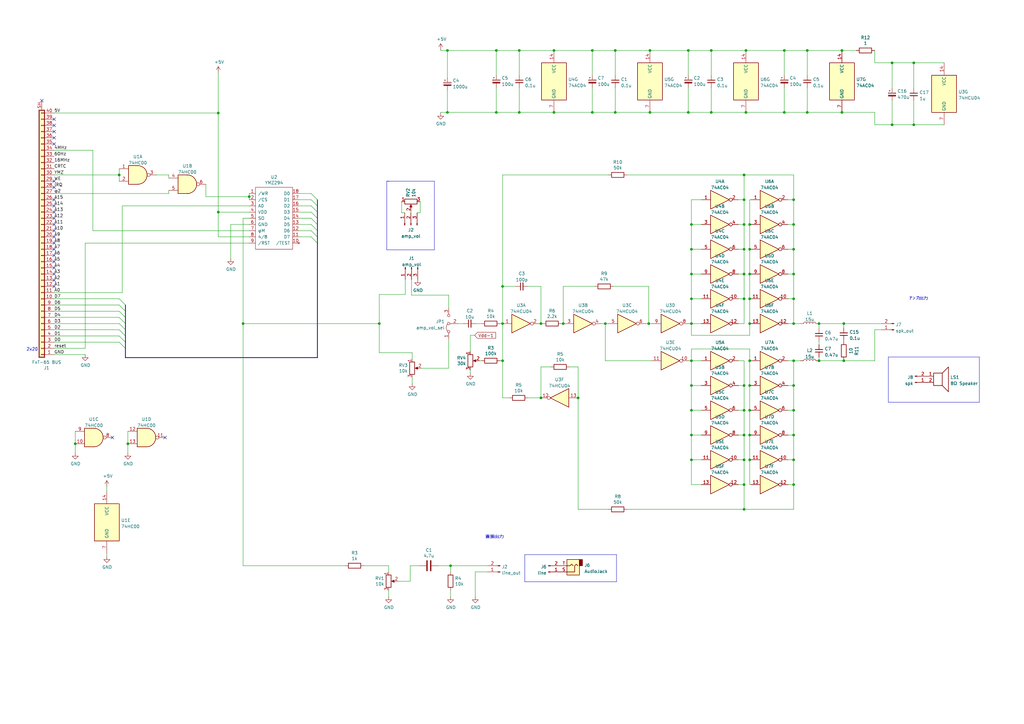
<source format=kicad_sch>
(kicad_sch (version 20250114) (generator "eeschema") (generator_version "9.0")
  (paper "A3")
  (lib_symbols
    (symbol "74xx:74HC00" (pin_names (offset 1.016))
      (property "Reference" "U" (at 0 1.27 0))
      (property "Value" "74HC00" (at 0 -1.27 0))
      (symbol "74HC00_1_1"
        (pin input line (at -7.62 2.54 0) (length 3.81) (name "~") (number "1"))
        (pin input line (at -7.62 -2.54 0) (length 3.81) (name "~") (number "2"))
        (pin output inverted (at 7.62 0 180) (length 3.81) (name "~") (number "3"))
      )
      (symbol "74HC00_1_2"
        (pin input inverted (at -7.62 2.54 0) (length 4.318) (name "~") (number "1"))
        (pin input inverted (at -7.62 -2.54 0) (length 4.318) (name "~") (number "2"))
        (pin output line (at 7.62 0 180) (length 3.81) (name "~") (number "3"))
      )
      (symbol "74HC00_2_1"
        (pin input line (at -7.62 2.54 0) (length 3.81) (name "~") (number "4"))
        (pin input line (at -7.62 -2.54 0) (length 3.81) (name "~") (number "5"))
        (pin output inverted (at 7.62 0 180) (length 3.81) (name "~") (number "6"))
      )
      (symbol "74HC00_2_2"
        (pin input inverted (at -7.62 2.54 0) (length 4.318) (name "~") (number "4"))
        (pin input inverted (at -7.62 -2.54 0) (length 4.318) (name "~") (number "5"))
        (pin output line (at 7.62 0 180) (length 3.81) (name "~") (number "6"))
      )
      (symbol "74HC00_3_1"
        (pin input line (at -7.62 2.54 0) (length 3.81) (name "~") (number "9"))
        (pin input line (at -7.62 -2.54 0) (length 3.81) (name "~") (number "10"))
        (pin output inverted (at 7.62 0 180) (length 3.81) (name "~") (number "8"))
      )
      (symbol "74HC00_3_2"
        (pin input inverted (at -7.62 2.54 0) (length 4.318) (name "~") (number "9"))
        (pin input inverted (at -7.62 -2.54 0) (length 4.318) (name "~") (number "10"))
        (pin output line (at 7.62 0 180) (length 3.81) (name "~") (number "8"))
      )
      (symbol "74HC00_4_1"
        (pin input line (at -7.62 2.54 0) (length 3.81) (name "~") (number "12"))
        (pin input line (at -7.62 -2.54 0) (length 3.81) (name "~") (number "13"))
        (pin output inverted (at 7.62 0 180) (length 3.81) (name "~") (number "11"))
      )
      (symbol "74HC00_4_2"
        (pin input inverted (at -7.62 2.54 0) (length 4.318) (name "~") (number "12"))
        (pin input inverted (at -7.62 -2.54 0) (length 4.318) (name "~") (number "13"))
        (pin output line (at 7.62 0 180) (length 3.81) (name "~") (number "11"))
      )
      (symbol "74HC00_5_0"
        (pin power_in line (at 0 12.7 270) (length 5.08) (name "VCC") (number "14"))
        (pin power_in line (at 0 -12.7 90) (length 5.08) (name "GND") (number "7"))
      )
    )
    (symbol "Connector:AudioJack2"
      (property "Reference" "J" (at 0 8.89 0))
      (property "Value" "AudioJack2" (at 0 6.35 0))
      (symbol "AudioJack2_1_1"
        (pin passive line (at 5.08 2.54 180) (length 2.54) (name "~") (number "S"))
        (pin passive line (at 5.08 0 180) (length 2.54) (name "~") (number "T"))
      )
    )
    (symbol "Connector:Conn_01x02_Male" (pin_names (offset 1.016) (hide yes))
      (property "Reference" "J" (at 0 2.54 0))
      (property "Value" "Conn_01x02_Male" (at 0 -5.08 0))
      (symbol "Conn_01x02_Male_1_1"
        (pin passive line (at 5.08 0 180) (length 3.81) (name "Pin_1") (number "1"))
        (pin passive line (at 5.08 -2.54 180) (length 3.81) (name "Pin_2") (number "2"))
      )
    )
    (symbol "Connector:Conn_01x03_Male" (pin_names (offset 1.016) (hide yes))
      (property "Reference" "J" (at 0 5.08 0))
      (property "Value" "Conn_01x03_Male" (at 0 -5.08 0))
      (symbol "Conn_01x03_Male_1_1"
        (pin passive line (at 5.08 2.54 180) (length 3.81) (name "Pin_1") (number "1"))
        (pin passive line (at 5.08 0 180) (length 3.81) (name "Pin_2") (number "2"))
        (pin passive line (at 5.08 -2.54 180) (length 3.81) (name "Pin_3") (number "3"))
      )
    )
    (symbol "Connector_Generic_Shielded:Conn_01x40_Shielded" (pin_names (offset 1.016) (hide yes))
      (property "Reference" "J" (at 0.254 50.546 0))
      (property "Value" "Conn_01x40_Shielded" (at 1.016 -53.086 0))
      (symbol "Conn_01x40_Shielded_1_1"
        (pin passive line (at -5.08 48.26 0) (length 4.064) (name "Pin_1") (number "1"))
        (pin passive line (at -5.08 45.72 0) (length 4.064) (name "Pin_2") (number "2"))
        (pin passive line (at -5.08 43.18 0) (length 4.064) (name "Pin_3") (number "3"))
        (pin passive line (at -5.08 40.64 0) (length 4.064) (name "Pin_4") (number "4"))
        (pin passive line (at -5.08 38.1 0) (length 4.064) (name "Pin_5") (number "5"))
        (pin passive line (at -5.08 35.56 0) (length 4.064) (name "Pin_6") (number "6"))
        (pin passive line (at -5.08 33.02 0) (length 4.064) (name "Pin_7") (number "7"))
        (pin passive line (at -5.08 30.48 0) (length 4.064) (name "Pin_8") (number "8"))
        (pin passive line (at -5.08 27.94 0) (length 4.064) (name "Pin_9") (number "9"))
        (pin passive line (at -5.08 25.4 0) (length 4.064) (name "Pin_10") (number "10"))
        (pin passive line (at -5.08 22.86 0) (length 4.064) (name "Pin_11") (number "11"))
        (pin passive line (at -5.08 20.32 0) (length 4.064) (name "Pin_12") (number "12"))
        (pin passive line (at -5.08 17.78 0) (length 4.064) (name "Pin_13") (number "13"))
        (pin passive line (at -5.08 15.24 0) (length 4.064) (name "Pin_14") (number "14"))
        (pin passive line (at -5.08 12.7 0) (length 4.064) (name "Pin_15") (number "15"))
        (pin passive line (at -5.08 10.16 0) (length 4.064) (name "Pin_16") (number "16"))
        (pin passive line (at -5.08 7.62 0) (length 4.064) (name "Pin_17") (number "17"))
        (pin passive line (at -5.08 5.08 0) (length 4.064) (name "Pin_18") (number "18"))
        (pin passive line (at -5.08 2.54 0) (length 4.064) (name "Pin_19") (number "19"))
        (pin passive line (at -5.08 0 0) (length 4.064) (name "Pin_20") (number "20"))
        (pin passive line (at -5.08 -2.54 0) (length 4.064) (name "Pin_21") (number "21"))
        (pin passive line (at -5.08 -5.08 0) (length 4.064) (name "Pin_22") (number "22"))
        (pin passive line (at -5.08 -7.62 0) (length 4.064) (name "Pin_23") (number "23"))
        (pin passive line (at -5.08 -10.16 0) (length 4.064) (name "Pin_24") (number "24"))
        (pin passive line (at -5.08 -12.7 0) (length 4.064) (name "Pin_25") (number "25"))
        (pin passive line (at -5.08 -15.24 0) (length 4.064) (name "Pin_26") (number "26"))
        (pin passive line (at -5.08 -17.78 0) (length 4.064) (name "Pin_27") (number "27"))
        (pin passive line (at -5.08 -20.32 0) (length 4.064) (name "Pin_28") (number "28"))
        (pin passive line (at -5.08 -22.86 0) (length 4.064) (name "Pin_29") (number "29"))
        (pin passive line (at -5.08 -25.4 0) (length 4.064) (name "Pin_30") (number "30"))
        (pin passive line (at -5.08 -27.94 0) (length 4.064) (name "Pin_31") (number "31"))
        (pin passive line (at -5.08 -30.48 0) (length 4.064) (name "Pin_32") (number "32"))
        (pin passive line (at -5.08 -33.02 0) (length 4.064) (name "Pin_33") (number "33"))
        (pin passive line (at -5.08 -35.56 0) (length 4.064) (name "Pin_34") (number "34"))
        (pin passive line (at -5.08 -38.1 0) (length 4.064) (name "Pin_35") (number "35"))
        (pin passive line (at -5.08 -40.64 0) (length 4.064) (name "Pin_36") (number "36"))
        (pin passive line (at -5.08 -43.18 0) (length 4.064) (name "Pin_37") (number "37"))
        (pin passive line (at -5.08 -45.72 0) (length 4.064) (name "Pin_38") (number "38"))
        (pin passive line (at -5.08 -48.26 0) (length 4.064) (name "Pin_39") (number "39"))
        (pin passive line (at -5.08 -50.8 0) (length 4.064) (name "Pin_40") (number "40"))
        (pin passive line (at 0 -55.88 90) (length 3.81) (name "Shield") (number "SH"))
      )
    )
    (symbol "Device:C" (pin_numbers (hide yes)) (pin_names (offset 0.254))
      (property "Reference" "C" (at 0.635 2.54 0))
      (property "Value" "C" (at 0.635 -2.54 0))
      (symbol "C_1_1"
        (pin passive line (at 0 3.81 270) (length 2.794) (name "~") (number "1"))
        (pin passive line (at 0 -3.81 90) (length 2.794) (name "~") (number "2"))
      )
    )
    (symbol "Device:C_Polarized_Small" (pin_numbers (hide yes)) (pin_names (offset 0.254) (hide yes))
      (property "Reference" "C" (at 0.254 1.778 0))
      (property "Value" "C_Polarized_Small" (at 0.254 -2.032 0))
      (symbol "C_Polarized_Small_1_1"
        (pin passive line (at 0 2.54 270) (length 1.8542) (name "~") (number "1"))
        (pin passive line (at 0 -2.54 90) (length 1.8542) (name "~") (number "2"))
      )
    )
    (symbol "Device:C_Small" (pin_numbers (hide yes)) (pin_names (offset 0.254) (hide yes))
      (property "Reference" "C" (at 0.254 1.778 0))
      (property "Value" "C_Small" (at 0.254 -2.032 0))
      (symbol "C_Small_1_1"
        (pin passive line (at 0 2.54 270) (length 2.032) (name "~") (number "1"))
        (pin passive line (at 0 -2.54 90) (length 2.032) (name "~") (number "2"))
      )
    )
    (symbol "Device:L" (pin_numbers (hide yes)) (pin_names (offset 1.016) (hide yes))
      (property "Reference" "L" (at -1.27 0 90))
      (property "Value" "L" (at 1.905 0 90))
      (symbol "L_1_1"
        (pin passive line (at 0 3.81 270) (length 1.27) (name "1") (number "1"))
        (pin passive line (at 0 -3.81 90) (length 1.27) (name "2") (number "2"))
      )
    )
    (symbol "Device:R" (pin_numbers (hide yes)) (pin_names (offset 0))
      (property "Reference" "R" (at 2.032 0 90))
      (property "Value" "R" (at 0 0 90))
      (symbol "R_1_1"
        (pin passive line (at 0 3.81 270) (length 1.27) (name "~") (number "1"))
        (pin passive line (at 0 -3.81 90) (length 1.27) (name "~") (number "2"))
      )
    )
    (symbol "Device:Speaker" (pin_names (offset 0) (hide yes))
      (property "Reference" "LS" (at 1.27 5.715 0))
      (property "Value" "Speaker" (at 1.27 3.81 0))
      (symbol "Speaker_1_1"
        (pin input line (at -5.08 0 0) (length 2.54) (name "1") (number "1"))
        (pin input line (at -5.08 -2.54 0) (length 2.54) (name "2") (number "2"))
      )
    )
    (symbol "FxT-65-Sound-rescue:R_POT-Device" (pin_names (offset 1.016) (hide yes))
      (property "Reference" "RV" (at -4.445 0 90))
      (property "Value" "R_POT-Device" (at -2.54 0 90))
      (symbol "R_POT-Device_1_1"
        (pin passive line (at 0 3.81 270) (length 1.27) (name "1") (number "1"))
        (pin passive line (at 0 -3.81 90) (length 1.27) (name "3") (number "3"))
        (pin passive line (at 3.81 0 180) (length 1.27) (name "2") (number "2"))
      )
    )
    (symbol "FxT-65-Sound-rescue:YMZ294-ponzu840w" (pin_names (offset 1.016))
      (property "Reference" "U" (at 0 2.54 0))
      (property "Value" "YMZ294-ponzu840w" (at 0 0.762 0))
      (symbol "YMZ294-ponzu840w_1_1"
        (pin input line (at -10.16 -2.54 0) (length 2.54) (name "/WR") (number "1"))
        (pin input line (at -10.16 -5.08 0) (length 2.54) (name "/CS") (number "2"))
        (pin input line (at -10.16 -7.62 0) (length 2.54) (name "A0") (number "3"))
        (pin input line (at -10.16 -10.16 0) (length 2.54) (name "VDD") (number "4"))
        (pin input line (at -10.16 -12.7 0) (length 2.54) (name "SO") (number "5"))
        (pin input line (at -10.16 -15.24 0) (length 2.54) (name "GND") (number "6"))
        (pin input line (at -10.16 -17.78 0) (length 2.54) (name "φM") (number "7"))
        (pin input line (at -10.16 -20.32 0) (length 2.54) (name "4/8") (number "8"))
        (pin input line (at -10.16 -22.86 0) (length 2.54) (name "/RST") (number "9"))
        (pin input line (at 10.16 -2.54 180) (length 2.54) (name "D0") (number "18"))
        (pin input line (at 10.16 -5.08 180) (length 2.54) (name "D1") (number "17"))
        (pin input line (at 10.16 -7.62 180) (length 2.54) (name "D2") (number "16"))
        (pin input line (at 10.16 -10.16 180) (length 2.54) (name "D3") (number "15"))
        (pin input line (at 10.16 -12.7 180) (length 2.54) (name "D4") (number "14"))
        (pin input line (at 10.16 -15.24 180) (length 2.54) (name "D5") (number "13"))
        (pin input line (at 10.16 -17.78 180) (length 2.54) (name "D6") (number "12"))
        (pin input line (at 10.16 -20.32 180) (length 2.54) (name "D7") (number "11"))
        (pin no_connect line (at 10.16 -22.86 180) (length 2.54) (name "/TEST") (number "10"))
      )
    )
    (symbol "Jumper:Jumper_3_Bridged12" (pin_names (offset 0) (hide yes))
      (property "Reference" "JP" (at -2.54 -2.54 0))
      (property "Value" "Jumper_3_Bridged12" (at 0 2.794 0))
      (symbol "Jumper_3_Bridged12_1_1"
        (pin passive line (at -6.35 0 0) (length 2.54) (name "A") (number "1"))
        (pin passive line (at 0 -3.81 90) (length 2.54) (name "C") (number "2"))
        (pin passive line (at 6.35 0 180) (length 2.54) (name "B") (number "3"))
      )
    )
    (symbol "ponzu840w2:74AC04"
      (property "Reference" "U" (at 0 1.27 0))
      (property "Value" "74AC04" (at 0 -1.27 0))
      (symbol "74AC04_1_0"
        (pin input line (at -7.62 0 0) (length 3.81) (name "~") (number "1"))
        (pin output inverted (at 7.62 0 180) (length 3.81) (name "~") (number "2"))
      )
      (symbol "74AC04_2_0"
        (pin input line (at -7.62 0 0) (length 3.81) (name "~") (number "3"))
        (pin output inverted (at 7.62 0 180) (length 3.81) (name "~") (number "4"))
      )
      (symbol "74AC04_3_0"
        (pin input line (at -7.62 0 0) (length 3.81) (name "~") (number "5"))
        (pin output inverted (at 7.62 0 180) (length 3.81) (name "~") (number "6"))
      )
      (symbol "74AC04_4_0"
        (pin input line (at -7.62 0 0) (length 3.81) (name "~") (number "9"))
        (pin output inverted (at 7.62 0 180) (length 3.81) (name "~") (number "8"))
      )
      (symbol "74AC04_5_0"
        (pin input line (at -7.62 0 0) (length 3.81) (name "~") (number "11"))
        (pin output inverted (at 7.62 0 180) (length 3.81) (name "~") (number "10"))
      )
      (symbol "74AC04_6_0"
        (pin input line (at -7.62 0 0) (length 3.81) (name "~") (number "13"))
        (pin output inverted (at 7.62 0 180) (length 3.81) (name "~") (number "12"))
      )
      (symbol "74AC04_7_0"
        (pin power_in line (at 0 12.7 270) (length 5.08) (name "VCC") (number "14"))
        (pin power_in line (at 0 -12.7 90) (length 5.08) (name "GND") (number "7"))
      )
    )
    (symbol "ponzu840w2:74HCU04"
      (property "Reference" "U" (at 0 1.27 0))
      (property "Value" "74HCU04" (at 0 -1.27 0))
      (symbol "74HCU04_1_0"
        (pin input line (at -7.62 0 0) (length 3.81) (name "~") (number "1"))
        (pin output inverted (at 7.62 0 180) (length 3.81) (name "~") (number "2"))
      )
      (symbol "74HCU04_2_0"
        (pin input line (at -7.62 0 0) (length 3.81) (name "~") (number "3"))
        (pin output inverted (at 7.62 0 180) (length 3.81) (name "~") (number "4"))
      )
      (symbol "74HCU04_3_0"
        (pin input line (at -7.62 0 0) (length 3.81) (name "~") (number "5"))
        (pin output inverted (at 7.62 0 180) (length 3.81) (name "~") (number "6"))
      )
      (symbol "74HCU04_4_0"
        (pin input line (at -7.62 0 0) (length 3.81) (name "~") (number "9"))
        (pin output inverted (at 7.62 0 180) (length 3.81) (name "~") (number "8"))
      )
      (symbol "74HCU04_5_0"
        (pin input line (at -7.62 0 0) (length 3.81) (name "~") (number "11"))
        (pin output inverted (at 7.62 0 180) (length 3.81) (name "~") (number "10"))
      )
      (symbol "74HCU04_6_0"
        (pin input line (at -7.62 0 0) (length 3.81) (name "~") (number "13"))
        (pin output inverted (at 7.62 0 180) (length 3.81) (name "~") (number "12"))
      )
      (symbol "74HCU04_7_0"
        (pin power_in line (at 0 12.7 270) (length 5.08) (name "VCC") (number "14"))
        (pin power_in line (at 0 -12.7 90) (length 5.08) (name "GND") (number "7"))
      )
    )
    (symbol "power:+5V" (power) (pin_names (offset 0))
      (property "Value" "+5V" (at 0 3.556 0))
      (symbol "+5V_1_1"
        (pin power_in line (at 0 0 90) (length 0) (hide yes) (name "+5V") (number "1"))
      )
    )
    (symbol "power:GND" (power) (pin_names (offset 0))
      (property "Value" "GND" (at 0 -3.81 0))
      (symbol "GND_1_1"
        (pin power_in line (at 0 0 270) (length 0) (hide yes) (name "GND") (number "1"))
      )
    )
  )
  (text "2x20" (at 10.795 144.145 0) (effects (font (size 1.27 1.27)) (justify left bottom)))
  (text "アンプ出力" (at 372.745 123.317 0) (effects (font (size 1.27 1.27)) (justify left bottom)))
  (text "直接出力" (at 199.009 221.107 0) (effects (font (size 1.27 1.27)) (justify left bottom)))
  (junction (at 305.181 112.395))
  (junction (at 325.501 147.955))
  (junction (at 231.013 132.715))
  (junction (at 307.467 168.275))
  (junction (at 305.181 158.115))
  (junction (at 305.943 46.101))
  (junction (at 283.591 147.955))
  (junction (at 305.181 92.075))
  (junction (at 221.869 163.195))
  (junction (at 89.535 86.995))
  (junction (at 266.065 132.715))
  (junction (at 307.467 188.595))
  (junction (at 307.467 178.435))
  (junction (at 307.467 112.395))
  (junction (at 325.501 92.075))
  (junction (at 206.121 147.955))
  (junction (at 374.777 25.781))
  (junction (at 227.203 46.101))
  (junction (at 283.591 102.235))
  (junction (at 305.181 71.755))
  (junction (at 321.691 46.101))
  (junction (at 365.887 25.781))
  (junction (at 282.321 46.101))
  (junction (at 325.501 188.595))
  (junction (at 221.869 132.715))
  (junction (at 206.121 117.475))
  (junction (at 374.777 51.181))
  (junction (at 184.785 232.029))
  (junction (at 307.467 147.955))
  (junction (at 325.501 102.235))
  (junction (at 48.895 71.755))
  (junction (at 325.501 132.715))
  (junction (at 331.089 46.101))
  (junction (at 242.951 46.101))
  (junction (at 203.581 46.101))
  (junction (at 305.943 20.701))
  (junction (at 305.181 178.435))
  (junction (at 183.515 46.101))
  (junction (at 345.313 20.701))
  (junction (at 237.109 163.195))
  (junction (at 325.501 168.275))
  (junction (at 321.691 20.701))
  (junction (at 52.451 181.991))
  (junction (at 325.501 198.755))
  (junction (at 335.915 147.955))
  (junction (at 345.313 46.101))
  (junction (at 305.181 81.915))
  (junction (at 325.501 158.115))
  (junction (at 291.719 20.701))
  (junction (at 305.181 102.235))
  (junction (at 283.591 122.555))
  (junction (at 307.467 102.235))
  (junction (at 203.581 20.701))
  (junction (at 305.181 188.595))
  (junction (at 99.695 132.715))
  (junction (at 89.535 46.355))
  (junction (at 305.181 122.555))
  (junction (at 346.075 132.715))
  (junction (at 252.349 46.101))
  (junction (at 248.285 132.715))
  (junction (at 325.501 112.395))
  (junction (at 206.121 132.715))
  (junction (at 283.591 188.595))
  (junction (at 283.591 92.075))
  (junction (at 102.235 80.645))
  (junction (at 325.501 122.555))
  (junction (at 291.719 46.101))
  (junction (at 282.321 20.701))
  (junction (at 305.181 208.915))
  (junction (at 266.573 46.101))
  (junction (at 227.203 20.701))
  (junction (at 307.467 158.115))
  (junction (at 283.591 112.395))
  (junction (at 307.467 92.075))
  (junction (at 331.089 20.701))
  (junction (at 307.467 122.555))
  (junction (at 212.979 20.701))
  (junction (at 183.515 20.701))
  (junction (at 305.181 168.275))
  (junction (at 252.349 20.701))
  (junction (at 283.591 168.275))
  (junction (at 155.575 132.715))
  (junction (at 335.915 132.715))
  (junction (at 365.887 51.181))
  (junction (at 307.467 132.715))
  (junction (at 325.501 178.435))
  (junction (at 305.181 198.755))
  (junction (at 346.075 147.955))
  (junction (at 242.951 20.701))
  (junction (at 283.591 178.435))
  (junction (at 30.861 181.991))
  (junction (at 283.591 132.715))
  (junction (at 325.501 81.915))
  (junction (at 266.573 20.701))
  (junction (at 283.591 158.115))
  (junction (at 212.979 46.101))
  (no_connect (at 22.225 99.695))
  (no_connect (at 22.225 92.075))
  (no_connect (at 22.225 102.235))
  (no_connect (at 22.225 48.895))
  (no_connect (at 22.225 104.775))
  (no_connect (at 17.145 41.275))
  (no_connect (at 22.225 86.995))
  (no_connect (at 22.225 109.855))
  (no_connect (at 22.225 117.475))
  (no_connect (at 22.225 53.975))
  (no_connect (at 22.225 51.435))
  (no_connect (at 46.101 179.451))
  (no_connect (at 22.225 97.155))
  (no_connect (at 22.225 84.455))
  (no_connect (at 22.225 76.835))
  (no_connect (at 22.225 59.055))
  (no_connect (at 67.691 179.451))
  (no_connect (at 22.225 114.935))
  (no_connect (at 22.225 81.915))
  (no_connect (at 22.225 56.515))
  (no_connect (at 22.225 112.395))
  (no_connect (at 22.225 74.295))
  (no_connect (at 22.225 107.315))
  (no_connect (at 22.225 89.535))
  (no_connect (at 22.225 94.615))
  (bus_entry (at 48.895 140.335) (size 2.54 2.54))
  (bus_entry (at 127.635 86.995) (size 2.54 2.54))
  (bus_entry (at 48.895 130.175) (size 2.54 2.54))
  (bus_entry (at 127.635 92.075) (size 2.54 2.54))
  (bus_entry (at 127.635 94.615) (size 2.54 2.54))
  (bus_entry (at 48.895 135.255) (size 2.54 2.54))
  (bus_entry (at 48.895 137.795) (size 2.54 2.54))
  (bus_entry (at 127.635 84.455) (size 2.54 2.54))
  (bus_entry (at 127.635 97.155) (size 2.54 2.54))
  (bus_entry (at 48.895 125.095) (size 2.54 2.54))
  (bus_entry (at 127.635 81.915) (size 2.54 2.54))
  (bus_entry (at 48.895 127.635) (size 2.54 2.54))
  (bus_entry (at 127.635 79.375) (size 2.54 2.54))
  (bus_entry (at 48.895 132.715) (size 2.54 2.54))
  (bus_entry (at 48.895 122.555) (size 2.54 2.54))
  (bus_entry (at 127.635 89.535) (size 2.54 2.54))
  (wire (pts (xy 211.455 117.475) (xy 206.121 117.475)))
  (wire (pts (xy 266.573 20.701) (xy 282.321 20.701)))
  (wire (pts (xy 206.121 132.715) (xy 206.121 147.955)))
  (wire (pts (xy 225.933 150.495) (xy 221.869 150.495)))
  (wire (pts (xy 325.501 178.435) (xy 325.501 168.275)))
  (wire (pts (xy 216.535 163.195) (xy 221.869 163.195)))
  (bus (pts (xy 51.435 137.795) (xy 51.435 140.335)))
  (wire (pts (xy 251.587 117.475) (xy 266.065 117.475)))
  (wire (pts (xy 159.385 244.729) (xy 159.385 242.189)))
  (wire (pts (xy 249.555 71.755) (xy 206.121 71.755)))
  (wire (pts (xy 305.181 178.435) (xy 302.895 178.435)))
  (wire (pts (xy 346.075 147.955) (xy 346.075 147.701)))
  (wire (pts (xy 102.235 79.375) (xy 102.235 80.645)))
  (wire (pts (xy 321.691 30.861) (xy 321.691 20.701)))
  (wire (pts (xy 335.915 132.715) (xy 335.915 134.747)))
  (wire (pts (xy 22.225 127.635) (xy 48.895 127.635)))
  (wire (pts (xy 89.535 46.355) (xy 89.535 86.995)))
  (wire (pts (xy 221.869 150.495) (xy 221.869 163.195)))
  (wire (pts (xy 325.501 102.235) (xy 325.501 112.395)))
  (wire (pts (xy 282.321 35.941) (xy 282.321 46.101)))
  (wire (pts (xy 246.761 132.715) (xy 248.285 132.715)))
  (polyline (pts (xy 215.265 227.457) (xy 215.265 238.633)))
  (wire (pts (xy 323.215 147.955) (xy 325.501 147.955)))
  (wire (pts (xy 346.075 132.715) (xy 346.075 134.493)))
  (bus (pts (xy 130.175 94.615) (xy 130.175 97.155)))
  (wire (pts (xy 323.215 132.715) (xy 325.501 132.715)))
  (wire (pts (xy 257.175 208.915) (xy 305.181 208.915)))
  (wire (pts (xy 305.181 71.755) (xy 257.175 71.755)))
  (wire (pts (xy 291.719 30.861) (xy 291.719 20.701)))
  (wire (pts (xy 321.691 46.101) (xy 331.089 46.101)))
  (wire (pts (xy 43.815 199.644) (xy 43.815 201.549)))
  (wire (pts (xy 99.695 132.715) (xy 155.575 132.715)))
  (wire (pts (xy 231.013 132.715) (xy 231.521 132.715)))
  (wire (pts (xy 242.951 30.861) (xy 242.951 20.701)))
  (wire (pts (xy 195.199 132.715) (xy 197.485 132.715)))
  (wire (pts (xy 307.467 178.435) (xy 307.467 188.595)))
  (wire (pts (xy 221.869 117.475) (xy 221.869 132.715)))
  (wire (pts (xy 335.915 147.955) (xy 346.075 147.955)))
  (wire (pts (xy 266.573 46.101) (xy 282.321 46.101)))
  (wire (pts (xy 183.515 46.101) (xy 203.581 46.101)))
  (wire (pts (xy 325.501 188.595) (xy 325.501 198.755)))
  (wire (pts (xy 365.887 51.181) (xy 374.777 51.181)))
  (wire (pts (xy 307.467 102.235) (xy 307.467 92.075)))
  (wire (pts (xy 166.243 120.777) (xy 166.243 114.681)))
  (wire (pts (xy 266.065 132.715) (xy 267.335 132.715)))
  (wire (pts (xy 345.313 20.701) (xy 351.155 20.701)))
  (wire (pts (xy 227.203 20.701) (xy 242.951 20.701)))
  (wire (pts (xy 307.467 112.395) (xy 307.467 102.235)))
  (wire (pts (xy 194.945 244.729) (xy 194.945 234.569)))
  (wire (pts (xy 171.069 87.249) (xy 172.339 87.249)))
  (wire (pts (xy 346.075 132.715) (xy 361.569 132.715)))
  (wire (pts (xy 305.181 188.595) (xy 305.181 198.755)))
  (wire (pts (xy 34.925 142.875) (xy 34.925 99.695)))
  (bus (pts (xy 130.175 97.155) (xy 130.175 99.695)))
  (wire (pts (xy 307.467 168.275) (xy 307.975 168.275)))
  (wire (pts (xy 307.467 147.955) (xy 307.467 158.115)))
  (bus (pts (xy 130.175 99.695) (xy 130.175 146.685)))
  (wire (pts (xy 168.529 86.487) (xy 168.529 87.249)))
  (wire (pts (xy 305.181 81.915) (xy 302.895 81.915)))
  (wire (pts (xy 227.203 46.101) (xy 242.951 46.101)))
  (wire (pts (xy 64.135 71.755) (xy 69.215 71.755)))
  (wire (pts (xy 305.181 178.435) (xy 305.181 188.595)))
  (wire (pts (xy 307.975 132.715) (xy 307.467 132.715)))
  (wire (pts (xy 365.887 41.275) (xy 365.887 51.181)))
  (wire (pts (xy 180.721 20.701) (xy 183.515 20.701)))
  (wire (pts (xy 331.089 35.941) (xy 331.089 46.101)))
  (wire (pts (xy 52.451 176.911) (xy 52.451 181.991)))
  (wire (pts (xy 346.075 139.573) (xy 346.075 140.081)))
  (wire (pts (xy 305.181 71.755) (xy 325.501 71.755)))
  (wire (pts (xy 365.887 36.195) (xy 365.887 25.781)))
  (polyline (pts (xy 178.181 74.295) (xy 178.181 102.489)))
  (wire (pts (xy 38.1 61.595) (xy 38.1 94.615)))
  (wire (pts (xy 252.349 46.101) (xy 266.573 46.101)))
  (wire (pts (xy 283.591 81.915) (xy 287.655 81.915)))
  (bus (pts (xy 51.435 135.255) (xy 51.435 137.795)))
  (wire (pts (xy 203.581 35.941) (xy 203.581 46.101)))
  (wire (pts (xy 248.285 147.955) (xy 267.335 147.955)))
  (wire (pts (xy 237.109 150.495) (xy 237.109 163.195)))
  (wire (pts (xy 374.777 51.181) (xy 387.223 51.181)))
  (bus (pts (xy 130.175 89.535) (xy 130.175 92.075)))
  (wire (pts (xy 84.455 75.565) (xy 84.455 80.645)))
  (wire (pts (xy 325.501 102.235) (xy 325.501 92.075)))
  (wire (pts (xy 242.951 46.101) (xy 252.349 46.101)))
  (wire (pts (xy 22.225 46.355) (xy 89.535 46.355)))
  (wire (pts (xy 122.555 97.155) (xy 127.635 97.155)))
  (wire (pts (xy 323.215 102.235) (xy 325.501 102.235)))
  (wire (pts (xy 325.501 122.555) (xy 325.501 112.395)))
  (wire (pts (xy 283.591 178.435) (xy 283.591 168.275)))
  (wire (pts (xy 242.951 35.941) (xy 242.951 46.101)))
  (wire (pts (xy 266.065 132.715) (xy 264.795 132.715)))
  (wire (pts (xy 307.467 122.555) (xy 307.467 112.395)))
  (wire (pts (xy 374.777 25.781) (xy 387.223 25.781)))
  (bus (pts (xy 51.435 140.335) (xy 51.435 142.875)))
  (wire (pts (xy 307.467 178.435) (xy 307.975 178.435)))
  (wire (pts (xy 221.361 132.715) (xy 221.869 132.715)))
  (wire (pts (xy 282.321 46.101) (xy 291.719 46.101)))
  (wire (pts (xy 321.691 35.941) (xy 321.691 46.101)))
  (wire (pts (xy 183.515 20.701) (xy 203.581 20.701)))
  (wire (pts (xy 346.075 147.955) (xy 358.775 147.955)))
  (wire (pts (xy 206.121 147.955) (xy 206.121 163.195)))
  (bus (pts (xy 51.435 132.715) (xy 51.435 135.255)))
  (wire (pts (xy 22.225 137.795) (xy 48.895 137.795)))
  (wire (pts (xy 307.467 102.235) (xy 307.975 102.235)))
  (wire (pts (xy 325.501 188.595) (xy 323.215 188.595)))
  (wire (pts (xy 196.723 147.955) (xy 197.485 147.955)))
  (wire (pts (xy 335.915 146.431) (xy 335.915 147.955)))
  (wire (pts (xy 282.575 132.715) (xy 283.591 132.715)))
  (wire (pts (xy 283.591 132.715) (xy 287.655 132.715)))
  (wire (pts (xy 374.777 41.275) (xy 374.777 51.181)))
  (bus (pts (xy 51.435 125.095) (xy 51.435 127.635)))
  (wire (pts (xy 168.783 114.681) (xy 168.783 121.031)))
  (wire (pts (xy 89.535 29.845) (xy 89.535 46.355)))
  (wire (pts (xy 183.515 36.957) (xy 183.515 46.101)))
  (wire (pts (xy 164.719 87.249) (xy 165.989 87.249)))
  (polyline (pts (xy 401.701 164.973) (xy 364.363 164.973)))
  (wire (pts (xy 184.023 151.003) (xy 184.023 139.065)))
  (wire (pts (xy 283.591 122.555) (xy 283.591 132.715)))
  (wire (pts (xy 305.943 20.701) (xy 321.691 20.701)))
  (wire (pts (xy 180.721 46.355) (xy 180.721 46.101)))
  (wire (pts (xy 184.785 232.029) (xy 200.025 232.029)))
  (wire (pts (xy 203.581 30.861) (xy 203.581 20.701)))
  (wire (pts (xy 307.467 122.555) (xy 307.975 122.555)))
  (wire (pts (xy 305.181 208.915) (xy 325.501 208.915)))
  (wire (pts (xy 205.105 132.715) (xy 206.121 132.715)))
  (wire (pts (xy 358.775 46.101) (xy 358.775 51.181)))
  (wire (pts (xy 252.349 35.941) (xy 252.349 46.101)))
  (polyline (pts (xy 178.181 102.489) (xy 158.623 102.489)))
  (wire (pts (xy 331.089 20.701) (xy 345.313 20.701)))
  (wire (pts (xy 335.915 139.827) (xy 335.915 141.351)))
  (wire (pts (xy 305.181 122.555) (xy 305.181 112.395)))
  (wire (pts (xy 283.591 158.115) (xy 287.655 158.115)))
  (wire (pts (xy 331.089 30.861) (xy 331.089 20.701)))
  (wire (pts (xy 325.501 122.555) (xy 323.215 122.555)))
  (wire (pts (xy 283.591 147.955) (xy 283.591 143.129)))
  (wire (pts (xy 203.581 20.701) (xy 212.979 20.701)))
  (wire (pts (xy 252.349 20.701) (xy 266.573 20.701)))
  (wire (pts (xy 192.913 137.541) (xy 192.913 144.145)))
  (wire (pts (xy 212.979 20.701) (xy 227.203 20.701)))
  (wire (pts (xy 325.501 92.075) (xy 323.215 92.075)))
  (polyline (pts (xy 364.363 164.973) (xy 364.363 146.431)))
  (wire (pts (xy 94.615 92.075) (xy 102.235 92.075)))
  (wire (pts (xy 205.105 147.955) (xy 206.121 147.955)))
  (wire (pts (xy 283.591 112.395) (xy 283.591 122.555)))
  (wire (pts (xy 242.951 20.701) (xy 252.349 20.701)))
  (wire (pts (xy 212.979 30.861) (xy 212.979 20.701)))
  (wire (pts (xy 283.591 122.555) (xy 287.655 122.555)))
  (wire (pts (xy 155.575 120.777) (xy 155.575 132.715)))
  (wire (pts (xy 307.467 92.075) (xy 307.975 92.075)))
  (polyline (pts (xy 158.623 102.489) (xy 158.623 74.295)))
  (wire (pts (xy 122.555 94.615) (xy 127.635 94.615)))
  (wire (pts (xy 206.121 117.475) (xy 206.121 132.715)))
  (wire (pts (xy 38.1 94.615) (xy 102.235 94.615)))
  (wire (pts (xy 194.691 137.541) (xy 192.913 137.541)))
  (wire (pts (xy 321.691 20.701) (xy 331.089 20.701)))
  (wire (pts (xy 307.467 137.541) (xy 307.467 132.715)))
  (wire (pts (xy 305.181 158.115) (xy 305.181 168.275)))
  (wire (pts (xy 307.467 198.755) (xy 307.975 198.755)))
  (wire (pts (xy 237.109 208.915) (xy 249.555 208.915)))
  (wire (pts (xy 237.109 163.195) (xy 237.109 208.915)))
  (wire (pts (xy 305.181 168.275) (xy 305.181 178.435)))
  (wire (pts (xy 22.225 132.715) (xy 48.895 132.715)))
  (wire (pts (xy 325.501 158.115) (xy 325.501 168.275)))
  (wire (pts (xy 283.591 147.955) (xy 287.655 147.955)))
  (wire (pts (xy 22.225 79.375) (xy 69.215 79.375)))
  (wire (pts (xy 187.833 132.715) (xy 190.119 132.715)))
  (wire (pts (xy 283.591 188.595) (xy 287.655 188.595)))
  (wire (pts (xy 307.467 158.115) (xy 307.467 168.275)))
  (wire (pts (xy 283.591 102.235) (xy 283.591 112.395)))
  (wire (pts (xy 155.575 132.715) (xy 155.575 144.653)))
  (wire (pts (xy 305.181 92.075) (xy 302.895 92.075)))
  (wire (pts (xy 22.225 140.335) (xy 48.895 140.335)))
  (wire (pts (xy 169.037 157.353) (xy 169.037 154.813)))
  (wire (pts (xy 69.215 79.375) (xy 69.215 78.105)))
  (wire (pts (xy 22.225 122.555) (xy 48.895 122.555)))
  (wire (pts (xy 221.869 132.715) (xy 222.631 132.715)))
  (wire (pts (xy 159.385 232.029) (xy 159.385 234.569)))
  (polyline (pts (xy 215.265 238.633) (xy 252.857 238.633)))
  (wire (pts (xy 22.225 135.255) (xy 48.895 135.255)))
  (wire (pts (xy 358.775 51.181) (xy 365.887 51.181)))
  (wire (pts (xy 358.775 135.255) (xy 361.569 135.255)))
  (wire (pts (xy 335.915 132.715) (xy 346.075 132.715)))
  (wire (pts (xy 50.165 84.455) (xy 102.235 84.455)))
  (wire (pts (xy 365.887 25.781) (xy 374.777 25.781)))
  (wire (pts (xy 283.591 143.129) (xy 307.467 143.129)))
  (wire (pts (xy 325.501 158.115) (xy 323.215 158.115)))
  (wire (pts (xy 89.535 86.995) (xy 102.235 86.995)))
  (wire (pts (xy 325.501 178.435) (xy 325.501 188.595)))
  (wire (pts (xy 283.591 137.541) (xy 307.467 137.541)))
  (polyline (pts (xy 252.857 238.633) (xy 252.857 227.457)))
  (wire (pts (xy 231.013 117.475) (xy 231.013 132.715)))
  (wire (pts (xy 305.181 112.395) (xy 305.181 102.235)))
  (wire (pts (xy 168.275 232.029) (xy 168.275 238.379)))
  (wire (pts (xy 155.575 144.653) (xy 169.037 144.653)))
  (wire (pts (xy 180.721 20.447) (xy 180.721 20.701)))
  (wire (pts (xy 34.925 99.695) (xy 102.235 99.695)))
  (wire (pts (xy 172.085 232.029) (xy 168.275 232.029)))
  (wire (pts (xy 358.775 25.781) (xy 365.887 25.781)))
  (wire (pts (xy 358.775 20.701) (xy 358.775 25.781)))
  (wire (pts (xy 184.785 234.569) (xy 184.785 232.029)))
  (wire (pts (xy 169.037 144.653) (xy 169.037 147.193)))
  (wire (pts (xy 302.895 147.955) (xy 305.181 147.955)))
  (wire (pts (xy 172.339 87.249) (xy 172.339 82.677)))
  (wire (pts (xy 325.501 147.955) (xy 328.295 147.955)))
  (wire (pts (xy 89.535 97.155) (xy 102.235 97.155)))
  (wire (pts (xy 252.349 30.861) (xy 252.349 20.701)))
  (wire (pts (xy 307.975 147.955) (xy 307.467 147.955)))
  (wire (pts (xy 283.591 92.075) (xy 283.591 81.915)))
  (wire (pts (xy 84.455 80.645) (xy 102.235 80.645)))
  (wire (pts (xy 122.555 89.535) (xy 127.635 89.535)))
  (polyline (pts (xy 158.623 74.295) (xy 178.181 74.295)))
  (wire (pts (xy 302.895 132.715) (xy 305.181 132.715)))
  (wire (pts (xy 283.591 112.395) (xy 287.655 112.395)))
  (wire (pts (xy 305.181 132.715) (xy 305.181 122.555)))
  (wire (pts (xy 283.591 92.075) (xy 287.655 92.075)))
  (wire (pts (xy 99.695 132.715) (xy 99.695 232.029)))
  (wire (pts (xy 345.313 46.101) (xy 358.775 46.101)))
  (wire (pts (xy 307.467 81.915) (xy 307.975 81.915)))
  (wire (pts (xy 22.225 142.875) (xy 34.925 142.875)))
  (wire (pts (xy 283.591 132.715) (xy 283.591 137.541)))
  (wire (pts (xy 122.555 84.455) (xy 127.635 84.455)))
  (wire (pts (xy 122.555 92.075) (xy 127.635 92.075)))
  (wire (pts (xy 307.467 188.595) (xy 307.467 198.755)))
  (wire (pts (xy 69.215 71.755) (xy 69.215 73.025)))
  (wire (pts (xy 192.913 151.765) (xy 192.913 153.035)))
  (wire (pts (xy 305.181 158.115) (xy 302.895 158.115)))
  (wire (pts (xy 325.501 92.075) (xy 325.501 81.915)))
  (wire (pts (xy 331.089 46.101) (xy 345.313 46.101)))
  (wire (pts (xy 183.515 20.701) (xy 183.515 31.877)))
  (wire (pts (xy 307.467 158.115) (xy 307.975 158.115)))
  (wire (pts (xy 89.535 86.995) (xy 89.535 97.155)))
  (bus (pts (xy 51.435 130.175) (xy 51.435 132.715)))
  (wire (pts (xy 50.165 120.015) (xy 50.165 84.455)))
  (bus (pts (xy 130.175 81.915) (xy 130.175 84.455)))
  (wire (pts (xy 248.285 132.715) (xy 248.285 147.955)))
  (wire (pts (xy 305.943 46.101) (xy 321.691 46.101)))
  (wire (pts (xy 287.655 178.435) (xy 283.591 178.435)))
  (wire (pts (xy 283.591 158.115) (xy 283.591 147.955)))
  (wire (pts (xy 203.581 46.101) (xy 212.979 46.101)))
  (wire (pts (xy 266.065 117.475) (xy 266.065 132.715)))
  (polyline (pts (xy 401.701 146.431) (xy 401.701 164.973)))
  (wire (pts (xy 184.023 121.031) (xy 184.023 126.365)))
  (wire (pts (xy 305.181 112.395) (xy 302.895 112.395)))
  (wire (pts (xy 248.285 132.715) (xy 249.555 132.715)))
  (wire (pts (xy 99.695 232.029) (xy 141.605 232.029)))
  (wire (pts (xy 374.777 36.195) (xy 374.777 25.781)))
  (wire (pts (xy 122.555 81.915) (xy 127.635 81.915)))
  (wire (pts (xy 22.225 125.095) (xy 48.895 125.095)))
  (wire (pts (xy 323.215 178.435) (xy 325.501 178.435)))
  (bus (pts (xy 51.435 142.875) (xy 51.435 146.685)))
  (wire (pts (xy 216.535 117.475) (xy 221.869 117.475)))
  (wire (pts (xy 102.235 89.535) (xy 99.695 89.535)))
  (wire (pts (xy 325.501 147.955) (xy 325.501 158.115)))
  (wire (pts (xy 172.847 151.003) (xy 184.023 151.003)))
  (wire (pts (xy 291.719 20.701) (xy 305.943 20.701)))
  (wire (pts (xy 243.967 117.475) (xy 231.013 117.475)))
  (wire (pts (xy 102.235 80.645) (xy 102.235 81.915)))
  (wire (pts (xy 305.181 147.955) (xy 305.181 158.115)))
  (wire (pts (xy 164.719 82.677) (xy 164.719 87.249)))
  (wire (pts (xy 22.225 71.755) (xy 48.895 71.755)))
  (polyline (pts (xy 252.857 227.457) (xy 215.265 227.457)))
  (wire (pts (xy 22.225 130.175) (xy 48.895 130.175)))
  (wire (pts (xy 305.181 188.595) (xy 302.895 188.595)))
  (bus (pts (xy 130.175 86.995) (xy 130.175 89.535)))
  (wire (pts (xy 305.181 102.235) (xy 305.181 92.075)))
  (wire (pts (xy 307.467 143.129) (xy 307.467 147.955)))
  (wire (pts (xy 325.501 168.275) (xy 323.215 168.275)))
  (wire (pts (xy 305.181 198.755) (xy 305.181 208.915)))
  (wire (pts (xy 305.181 92.075) (xy 305.181 81.915)))
  (wire (pts (xy 282.321 30.861) (xy 282.321 20.701)))
  (wire (pts (xy 291.719 46.101) (xy 305.943 46.101)))
  (wire (pts (xy 325.501 112.395) (xy 323.215 112.395)))
  (wire (pts (xy 166.243 120.777) (xy 155.575 120.777)))
  (bus (pts (xy 51.435 146.685) (xy 130.175 146.685)))
  (wire (pts (xy 305.181 198.755) (xy 302.895 198.755)))
  (wire (pts (xy 22.225 120.015) (xy 50.165 120.015)))
  (wire (pts (xy 233.553 150.495) (xy 237.109 150.495)))
  (wire (pts (xy 30.861 176.911) (xy 30.861 181.991)))
  (wire (pts (xy 212.979 46.101) (xy 227.203 46.101)))
  (wire (pts (xy 194.945 234.569) (xy 200.025 234.569)))
  (wire (pts (xy 282.575 147.955) (xy 283.591 147.955)))
  (wire (pts (xy 358.775 147.955) (xy 358.775 135.255)))
  (wire (pts (xy 43.815 226.949) (xy 43.815 228.219)))
  (wire (pts (xy 168.783 121.031) (xy 184.023 121.031)))
  (wire (pts (xy 283.591 168.275) (xy 283.591 158.115)))
  (wire (pts (xy 305.181 102.235) (xy 302.895 102.235)))
  (wire (pts (xy 325.501 132.715) (xy 328.295 132.715)))
  (wire (pts (xy 305.181 168.275) (xy 302.895 168.275)))
  (wire (pts (xy 307.467 188.595) (xy 307.975 188.595)))
  (polyline (pts (xy 364.363 146.431) (xy 401.701 146.431)))
  (wire (pts (xy 283.591 198.755) (xy 287.655 198.755)))
  (wire (pts (xy 52.451 181.991) (xy 52.451 185.801)))
  (wire (pts (xy 206.121 163.195) (xy 208.915 163.195)))
  (wire (pts (xy 283.591 92.075) (xy 283.591 102.235)))
  (wire (pts (xy 163.195 238.379) (xy 168.275 238.379)))
  (wire (pts (xy 180.721 46.101) (xy 183.515 46.101)))
  (polyline (pts (xy 158.623 74.295) (xy 159.639 74.295)))
  (wire (pts (xy 283.591 188.595) (xy 283.591 178.435)))
  (wire (pts (xy 122.555 86.995) (xy 127.635 86.995)))
  (wire (pts (xy 283.591 168.275) (xy 287.655 168.275)))
  (wire (pts (xy 48.895 71.755) (xy 48.895 74.295)))
  (wire (pts (xy 305.181 81.915) (xy 305.181 71.755)))
  (wire (pts (xy 149.225 232.029) (xy 159.385 232.029)))
  (wire (pts (xy 48.895 69.215) (xy 48.895 71.755)))
  (wire (pts (xy 22.225 61.595) (xy 38.1 61.595)))
  (wire (pts (xy 325.501 71.755) (xy 325.501 81.915)))
  (wire (pts (xy 307.467 168.275) (xy 307.467 178.435)))
  (wire (pts (xy 307.467 132.715) (xy 307.467 122.555)))
  (wire (pts (xy 94.615 106.045) (xy 94.615 92.075)))
  (wire (pts (xy 206.121 71.755) (xy 206.121 117.475)))
  (wire (pts (xy 99.695 89.535) (xy 99.695 132.715)))
  (wire (pts (xy 122.555 79.375) (xy 127.635 79.375)))
  (wire (pts (xy 230.251 132.715) (xy 231.013 132.715)))
  (bus (pts (xy 130.175 84.455) (xy 130.175 86.995)))
  (wire (pts (xy 283.591 188.595) (xy 283.591 198.755)))
  (wire (pts (xy 325.501 208.915) (xy 325.501 198.755)))
  (wire (pts (xy 325.501 81.915) (xy 323.215 81.915)))
  (wire (pts (xy 325.501 198.755) (xy 323.215 198.755)))
  (wire (pts (xy 325.501 132.715) (xy 325.501 122.555)))
  (wire (pts (xy 282.321 20.701) (xy 291.719 20.701)))
  (wire (pts (xy 305.181 122.555) (xy 302.895 122.555)))
  (bus (pts (xy 51.435 127.635) (xy 51.435 130.175)))
  (wire (pts (xy 212.979 35.941) (xy 212.979 46.101)))
  (wire (pts (xy 184.785 244.729) (xy 184.785 242.189)))
  (wire (pts (xy 307.467 112.395) (xy 307.975 112.395)))
  (wire (pts (xy 22.225 145.415) (xy 34.925 145.415)))
  (wire (pts (xy 291.719 35.941) (xy 291.719 46.101)))
  (wire (pts (xy 179.705 232.029) (xy 184.785 232.029)))
  (bus (pts (xy 130.175 92.075) (xy 130.175 94.615)))
  (wire (pts (xy 30.861 181.991) (xy 30.861 185.801)))
  (wire (pts (xy 287.655 102.235) (xy 283.591 102.235)))
  (wire (pts (xy 307.467 92.075) (xy 307.467 81.915)))
  (label "5V" (at 22.225 46.355 0))
  (label "A10" (at 22.225 94.615 0))
  (label "reset" (at 22.225 142.875 0))
  (label "A0" (at 22.225 120.015 0))
  (label "GND" (at 22.225 145.415 0))
  (label "A1" (at 22.225 117.475 0))
  (label "D3" (at 22.225 132.715 0))
  (label "A15" (at 22.225 81.915 0))
  (label "CRTC" (at 22.225 69.215 0))
  (label "A3" (at 22.225 112.395 0))
  (label "D1" (at 22.225 137.795 0))
  (label "D6" (at 22.225 125.095 0))
  (label "IRQ" (at 22.225 76.835 0))
  (label "D2" (at 22.225 135.255 0))
  (label "A5" (at 22.225 107.315 0))
  (label "D5" (at 22.225 127.635 0))
  (label "A11" (at 22.225 92.075 0))
  (label "WE" (at 22.225 74.295 0))
  (label "D7" (at 22.225 122.555 0))
  (label "A7" (at 22.225 102.235 0))
  (label "4MHz" (at 22.225 61.595 0))
  (label "A9" (at 22.225 97.155 0))
  (label "φ2" (at 22.225 79.375 0))
  (label "A14" (at 22.225 84.455 0))
  (label "D4" (at 22.225 130.175 0))
  (label "A4" (at 22.225 109.855 0))
  (label "A8" (at 22.225 99.695 0))
  (label "YMZ" (at 22.225 71.755 0))
  (label "D0" (at 22.225 140.335 0))
  (label "A2" (at 22.225 114.935 0))
  (label "16MHz" (at 22.225 66.675 0))
  (label "A12" (at 22.225 89.535 0))
  (label "A6" (at 22.225 104.775 0))
  (label "A13" (at 22.225 86.995 0))
  (label "60Hz" (at 22.225 64.135 0))
  (global_label "Vdd-1" (shape input) (at 194.691 137.541 0) (property "Intersheetrefs" "${INTERSHEET_REFS}" (effects (hide yes))))
  (symbol (lib_id "Connector_Generic_Shielded:Conn_01x40_Shielded") (at 17.145 97.155 180) (unit 1)
    (property "Reference" "J1" (at 19.1262 150.876 0))
    (property "Value" "FxT-65 BUS" (at 19.1262 148.5646 0))
  )
  (symbol (lib_id "FxT-65-Sound-rescue:YMZ294-ponzu840w") (at 112.395 76.835 0) (unit 1)
    (property "Reference" "U2" (at 112.395 72.644 0))
    (property "Value" "YMZ294" (at 112.395 74.9554 0))
  )
  (symbol (lib_id "power:GND") (at 94.615 106.045 0) (unit 1)
    (property "Reference" "#PWR03" (effects (hide yes)))
    (property "Value" "GND" (at 94.742 110.4392 0))
  )
  (symbol (lib_id "power:+5V") (at 89.535 29.845 0) (unit 1)
    (property "Reference" "#PWR02" (effects (hide yes)))
    (property "Value" "+5V" (at 89.916 25.4508 0))
  )
  (symbol (lib_id "power:GND") (at 34.925 145.415 0) (unit 1)
    (property "Reference" "#PWR01" (effects (hide yes)))
    (property "Value" "GND" (at 35.052 149.8092 0))
  )
  (symbol (lib_id "FxT-65-Sound-rescue:R_POT-Device") (at 159.385 238.379 0) (unit 1)
    (property "Reference" "RV1" (at 157.607 237.2106 0) (effects (justify right)))
    (property "Value" "10k" (at 157.607 239.522 0) (effects (justify right)))
  )
  (symbol (lib_id "Device:C") (at 175.895 232.029 270) (unit 1)
    (property "Reference" "C1" (at 175.895 225.6282 90))
    (property "Value" "4.7u" (at 175.895 227.9396 90))
  )
  (symbol (lib_id "power:GND") (at 194.945 244.729 0) (unit 1)
    (property "Reference" "#PWR012" (effects (hide yes)))
    (property "Value" "GND" (at 195.072 249.1232 0))
  )
  (symbol (lib_id "power:GND") (at 159.385 244.729 0) (unit 1)
    (property "Reference" "#PWR06" (effects (hide yes)))
    (property "Value" "GND" (at 159.512 249.1232 0))
  )
  (symbol (lib_id "power:GND") (at 184.785 244.729 0) (unit 1)
    (property "Reference" "#PWR011" (effects (hide yes)))
    (property "Value" "GND" (at 184.912 249.1232 0))
  )
  (symbol (lib_id "Device:C_Small") (at 291.719 33.401 0) (unit 1)
    (property "Reference" "C3" (at 294.0431 32.5726 0) (effects (justify left)))
    (property "Value" "0.1u" (at 294.0431 35.1095 0) (effects (justify left)))
  )
  (symbol (lib_id "ponzu840w2:74AC04") (at 315.595 188.595 0) (unit 5)
    (property "Reference" "U7" (at 315.595 181.0852 0))
    (property "Value" "74AC04" (at 315.595 183.6221 0))
    (property "Datasheet" "http://www.ti.com/lit/gpn/sn74LS04" (effects (hide yes)))
  )
  (symbol (lib_id "ponzu840w2:74HCU04") (at 213.741 132.715 0) (unit 1)
    (property "Reference" "U3" (at 213.741 125.2052 0))
    (property "Value" "74HCU04" (at 213.741 127.7421 0))
    (property "Datasheet" "http://www.ti.com/lit/gpn/sn74LS04" (effects (hide yes)))
  )
  (symbol (lib_id "ponzu840w2:74AC04") (at 295.275 178.435 0) (unit 4)
    (property "Reference" "U5" (at 295.275 170.9252 0))
    (property "Value" "74AC04" (at 295.275 173.4621 0))
    (property "Datasheet" "http://www.ti.com/lit/gpn/sn74LS04" (effects (hide yes)))
  )
  (symbol (lib_id "Device:C_Polarized_Small") (at 203.581 33.401 0) (unit 1)
    (property "Reference" "C5" (at 205.74 32.0202 0) (effects (justify left)))
    (property "Value" "100u" (at 205.74 34.5571 0) (effects (justify left)))
  )
  (symbol (lib_id "ponzu840w2:74HCU04") (at 274.955 132.715 0) (unit 4)
    (property "Reference" "U3" (at 274.955 125.2052 0))
    (property "Value" "74HCU04" (at 274.955 127.7421 0))
    (property "Datasheet" "http://www.ti.com/lit/gpn/sn74LS04" (effects (hide yes)))
  )
  (symbol (lib_id "ponzu840w2:74AC04") (at 266.573 33.401 0) (unit 7)
    (property "Reference" "U5" (at 272.415 32.5663 0) (effects (justify left)))
    (property "Value" "74AC04" (at 272.415 35.1032 0) (effects (justify left)))
    (property "Datasheet" "http://www.ti.com/lit/gpn/sn74LS04" (effects (hide yes)))
  )
  (symbol (lib_id "power:+5V") (at 43.815 199.644 0) (unit 1)
    (property "Reference" "#PWR09" (effects (hide yes)))
    (property "Value" "+5V" (at 44.196 195.2498 0))
  )
  (symbol (lib_id "Connector:AudioJack2") (at 235.077 232.029 180) (unit 1)
    (property "Reference" "J6" (at 239.649 231.8293 0) (effects (justify right)))
    (property "Value" "AudioJack" (at 239.649 234.3662 0) (effects (justify right)))
  )
  (symbol (lib_id "Device:R") (at 226.441 132.715 270) (unit 1)
    (property "Reference" "R6" (at 226.441 127.4572 90))
    (property "Value" "2.2k" (at 226.441 129.7686 90))
  )
  (symbol (lib_id "Device:C_Small") (at 252.349 33.401 0) (unit 1)
    (property "Reference" "C1" (at 254.6731 32.5726 0) (effects (justify left)))
    (property "Value" "0.1u" (at 254.6731 35.1095 0) (effects (justify left)))
  )
  (symbol (lib_id "ponzu840w2:74AC04") (at 227.203 33.401 0) (unit 7)
    (property "Reference" "U4" (at 233.045 32.5663 0) (effects (justify left)))
    (property "Value" "74AC04" (at 233.045 35.1032 0) (effects (justify left)))
    (property "Datasheet" "http://www.ti.com/lit/gpn/sn74LS04" (effects (hide yes)))
  )
  (symbol (lib_id "ponzu840w2:74AC04") (at 315.595 102.235 0) (unit 3)
    (property "Reference" "U6" (at 315.595 94.7252 0))
    (property "Value" "74AC04" (at 315.595 97.2621 0))
    (property "Datasheet" "http://www.ti.com/lit/gpn/sn74LS04" (effects (hide yes)))
  )
  (symbol (lib_id "ponzu840w2:74AC04") (at 295.275 147.955 0) (unit 1)
    (property "Reference" "U5" (at 295.275 140.4452 0))
    (property "Value" "74AC04" (at 295.275 142.9821 0))
    (property "Datasheet" "http://www.ti.com/lit/gpn/sn74LS04" (effects (hide yes)))
  )
  (symbol (lib_id "power:GND") (at 169.037 157.353 0) (unit 1)
    (property "Reference" "#PWR08" (effects (hide yes)))
    (property "Value" "GND" (at 169.164 161.7472 0))
  )
  (symbol (lib_id "ponzu840w2:74AC04") (at 315.595 92.075 0) (unit 2)
    (property "Reference" "U6" (at 315.595 84.5652 0))
    (property "Value" "74AC04" (at 315.595 87.1021 0))
    (property "Datasheet" "http://www.ti.com/lit/gpn/sn74LS04" (effects (hide yes)))
  )
  (symbol (lib_id "Device:C_Small") (at 335.915 137.287 180) (unit 1)
    (property "Reference" "C6" (at 338.2391 136.4459 0) (effects (justify right)))
    (property "Value" "0.47u" (at 338.2391 138.9828 0) (effects (justify right)))
  )
  (symbol (lib_id "Device:C_Polarized_Small") (at 282.321 33.401 0) (unit 1)
    (property "Reference" "C2" (at 284.48 32.0202 0) (effects (justify left)))
    (property "Value" "100u" (at 284.48 34.5571 0) (effects (justify left)))
  )
  (symbol (lib_id "ponzu840w2:74AC04") (at 315.595 178.435 0) (unit 4)
    (property "Reference" "U7" (at 315.595 170.9252 0))
    (property "Value" "74AC04" (at 315.595 173.4621 0))
    (property "Datasheet" "http://www.ti.com/lit/gpn/sn74LS04" (effects (hide yes)))
  )
  (symbol (lib_id "ponzu840w2:74AC04") (at 345.313 33.401 0) (unit 7)
    (property "Reference" "U7" (at 351.155 32.5663 0) (effects (justify left)))
    (property "Value" "74AC04" (at 351.155 35.1032 0) (effects (justify left)))
    (property "Datasheet" "http://www.ti.com/lit/gpn/sn74LS04" (effects (hide yes)))
  )
  (symbol (lib_id "ponzu840w2:74AC04") (at 315.595 112.395 0) (unit 4)
    (property "Reference" "U6" (at 315.595 104.8852 0))
    (property "Value" "74AC04" (at 315.595 107.4221 0))
    (property "Datasheet" "http://www.ti.com/lit/gpn/sn74LS04" (effects (hide yes)))
  )
  (symbol (lib_id "74xx:74HC00") (at 43.815 214.249 0) (unit 5)
    (property "Reference" "U1" (at 49.657 213.4143 0) (effects (justify left)))
    (property "Value" "74HC00" (at 49.657 215.9512 0) (effects (justify left)))
    (property "Datasheet" "http://www.ti.com/lit/gpn/sn74hc00" (effects (hide yes)))
  )
  (symbol (lib_id "power:+5V") (at 180.721 20.447 0) (unit 1)
    (property "Reference" "#PWR013" (effects (hide yes)))
    (property "Value" "+5V" (at 181.102 16.0528 0))
  )
  (symbol (lib_id "ponzu840w2:74AC04") (at 295.275 132.715 0) (unit 6)
    (property "Reference" "U4" (at 295.275 125.2052 0))
    (property "Value" "74AC04" (at 295.275 127.7421 0))
    (property "Datasheet" "http://www.ti.com/lit/gpn/sn74LS04" (effects (hide yes)))
  )
  (symbol (lib_id "Device:R") (at 247.777 117.475 270) (unit 1)
    (property "Reference" "R9" (at 247.777 112.2172 90))
    (property "Value" "47k" (at 247.777 114.5286 90))
  )
  (symbol (lib_id "Device:R") (at 354.965 20.701 270) (unit 1)
    (property "Reference" "R12" (at 354.965 15.4432 90))
    (property "Value" "1" (at 354.965 17.7546 90))
  )
  (symbol (lib_id "ponzu840w2:74HCU04") (at 239.141 132.715 0) (unit 2)
    (property "Reference" "U3" (at 239.141 125.2052 0))
    (property "Value" "74HCU04" (at 239.141 127.7421 0))
    (property "Datasheet" "http://www.ti.com/lit/gpn/sn74LS04" (effects (hide yes)))
  )
  (symbol (lib_id "ponzu840w2:74AC04") (at 315.595 198.755 0) (unit 6)
    (property "Reference" "U7" (at 315.595 191.2452 0))
    (property "Value" "74AC04" (at 315.595 193.7821 0))
    (property "Datasheet" "http://www.ti.com/lit/gpn/sn74LS04" (effects (hide yes)))
  )
  (symbol (lib_id "ponzu840w2:74AC04") (at 315.595 122.555 0) (unit 5)
    (property "Reference" "U6" (at 315.595 115.0452 0))
    (property "Value" "74AC04" (at 315.595 117.5821 0))
    (property "Datasheet" "http://www.ti.com/lit/gpn/sn74LS04" (effects (hide yes)))
  )
  (symbol (lib_id "ponzu840w2:74AC04") (at 295.275 168.275 0) (unit 3)
    (property "Reference" "U5" (at 295.275 160.7652 0))
    (property "Value" "74AC04" (at 295.275 163.3021 0))
    (property "Datasheet" "http://www.ti.com/lit/gpn/sn74LS04" (effects (hide yes)))
  )
  (symbol (lib_id "power:GND") (at 52.451 185.801 0) (unit 1)
    (property "Reference" "#PWR05" (effects (hide yes)))
    (property "Value" "GND" (at 52.578 190.1952 0))
  )
  (symbol (lib_id "ponzu840w2:74AC04") (at 305.943 33.401 0) (unit 7)
    (property "Reference" "U6" (at 311.785 32.5663 0) (effects (justify left)))
    (property "Value" "74AC04" (at 311.785 35.1032 0) (effects (justify left)))
    (property "Datasheet" "http://www.ti.com/lit/gpn/sn74LS04" (effects (hide yes)))
  )
  (symbol (lib_id "ponzu840w2:74AC04") (at 295.275 158.115 0) (unit 2)
    (property "Reference" "U5" (at 295.275 150.6052 0))
    (property "Value" "74AC04" (at 295.275 153.1421 0))
    (property "Datasheet" "http://www.ti.com/lit/gpn/sn74LS04" (effects (hide yes)))
  )
  (symbol (lib_id "Device:C_Polarized_Small") (at 321.691 33.401 0) (unit 1)
    (property "Reference" "C4" (at 323.85 32.0202 0) (effects (justify left)))
    (property "Value" "100u" (at 323.85 34.5571 0) (effects (justify left)))
  )
  (symbol (lib_id "Device:R") (at 201.295 147.955 270) (unit 1)
    (property "Reference" "R3" (at 201.295 142.6972 90))
    (property "Value" "100k" (at 201.295 145.0086 90))
  )
  (symbol (lib_id "ponzu840w2:74HCU04") (at 229.489 163.195 180) (unit 6)
    (property "Reference" "U3" (at 229.489 155.6852 0))
    (property "Value" "74HCU04" (at 229.489 158.2221 0))
    (property "Datasheet" "http://www.ti.com/lit/gpn/sn74LS04" (effects (hide yes)))
  )
  (symbol (lib_id "ponzu840w2:74AC04") (at 315.595 147.955 0) (unit 1)
    (property "Reference" "U7" (at 315.595 140.4452 0))
    (property "Value" "74AC04" (at 315.595 142.9821 0))
    (property "Datasheet" "http://www.ti.com/lit/gpn/sn74LS04" (effects (hide yes)))
  )
  (symbol (lib_id "Device:R") (at 253.365 208.915 270) (unit 1)
    (property "Reference" "R8" (at 253.365 203.6572 90))
    (property "Value" "50k" (at 253.365 205.9686 90))
  )
  (symbol (lib_id "Device:R") (at 184.785 238.379 0) (unit 1)
    (property "Reference" "R4" (at 186.563 237.2106 0) (effects (justify left)))
    (property "Value" "10k" (at 186.563 239.522 0) (effects (justify left)))
  )
  (symbol (lib_id "ponzu840w2:74AC04") (at 315.595 132.715 0) (unit 6)
    (property "Reference" "U6" (at 315.595 125.2052 0))
    (property "Value" "74AC04" (at 315.595 127.7421 0))
    (property "Datasheet" "http://www.ti.com/lit/gpn/sn74LS04" (effects (hide yes)))
  )
  (symbol (lib_id "ponzu840w2:74AC04") (at 295.275 122.555 0) (unit 5)
    (property "Reference" "U4" (at 295.275 115.0452 0))
    (property "Value" "74AC04" (at 295.275 117.5821 0))
    (property "Datasheet" "http://www.ti.com/lit/gpn/sn74LS04" (effects (hide yes)))
  )
  (symbol (lib_id "Connector:Conn_01x02_Male") (at 224.917 234.569 0) (mirror x) (unit 1)
    (property "Reference" "J6" (at 224.2058 232.4643 0) (effects (justify right)))
    (property "Value" "line" (at 224.2058 235.0012 0) (effects (justify right)))
  )
  (symbol (lib_id "power:GND") (at 180.721 46.355 0) (unit 1)
    (property "Reference" "#PWR01" (effects (hide yes)))
    (property "Value" "GND" (at 180.848 50.7492 0))
  )
  (symbol (lib_id "Device:L") (at 332.105 132.715 90) (unit 1)
    (property "Reference" "L1" (at 332.105 128.5072 90))
    (property "Value" "15u" (at 332.105 131.0441 90))
  )
  (symbol (lib_id "power:GND") (at 43.815 228.219 0) (unit 1)
    (property "Reference" "#PWR010" (effects (hide yes)))
    (property "Value" "GND" (at 43.942 232.6132 0))
  )
  (symbol (lib_id "Device:R") (at 346.075 143.891 180) (unit 1)
    (property "Reference" "R11" (at 351.3328 143.891 90))
    (property "Value" "10" (at 349.0214 143.891 90))
  )
  (symbol (lib_id "ponzu840w2:74AC04") (at 315.595 158.115 0) (unit 2)
    (property "Reference" "U7" (at 315.595 150.6052 0))
    (property "Value" "74AC04" (at 315.595 153.1421 0))
    (property "Datasheet" "http://www.ti.com/lit/gpn/sn74LS04" (effects (hide yes)))
  )
  (symbol (lib_id "Device:R") (at 145.415 232.029 270) (unit 1)
    (property "Reference" "R3" (at 145.415 226.7712 90))
    (property "Value" "1k" (at 145.415 229.0826 90))
  )
  (symbol (lib_id "74xx:74HC00") (at 76.835 75.565 0) (unit 2)
    (property "Reference" "U1" (at 76.835 68.0552 0))
    (property "Value" "74HC00" (at 76.835 70.5921 0))
    (property "Datasheet" "http://www.ti.com/lit/gpn/sn74hc00" (effects (hide yes)))
  )
  (symbol (lib_id "Device:C_Polarized_Small") (at 242.951 33.401 0) (unit 1)
    (property "Reference" "C7" (at 245.11 32.0202 0) (effects (justify left)))
    (property "Value" "100u" (at 245.11 34.5571 0) (effects (justify left)))
  )
  (symbol (lib_id "Connector:Conn_01x02_Male") (at 205.105 234.569 180) (unit 1)
    (property "Reference" "J2" (at 205.8162 232.4643 0) (effects (justify right)))
    (property "Value" "line_out" (at 205.8162 235.0012 0) (effects (justify right)))
  )
  (symbol (lib_id "power:GND") (at 30.861 185.801 0) (unit 1)
    (property "Reference" "#PWR04" (effects (hide yes)))
    (property "Value" "GND" (at 30.988 190.1952 0))
  )
  (symbol (lib_id "FxT-65-Sound-rescue:R_POT-Device") (at 192.913 147.955 0) (unit 1)
    (property "Reference" "RV4" (at 191.135 146.7866 0) (effects (justify right)))
    (property "Value" "30k" (at 191.135 149.098 0) (effects (justify right)))
  )
  (symbol (lib_id "ponzu840w2:74AC04") (at 295.275 112.395 0) (unit 4)
    (property "Reference" "U4" (at 295.275 104.8852 0))
    (property "Value" "74AC04" (at 295.275 107.4221 0))
    (property "Datasheet" "http://www.ti.com/lit/gpn/sn74LS04" (effects (hide yes)))
  )
  (symbol (lib_id "Device:R") (at 201.295 132.715 270) (unit 1)
    (property "Reference" "R4" (at 201.295 127.4572 90))
    (property "Value" "10k" (at 201.295 129.7686 90))
  )
  (symbol (lib_id "Connector:Conn_01x03_Male") (at 168.529 92.329 90) (unit 1)
    (property "Reference" "J2" (at 168.529 94.3086 90))
    (property "Value" "amp_vol" (at 168.529 96.8455 90))
  )
  (symbol (lib_id "FxT-65-Sound-rescue:R_POT-Device") (at 169.037 151.003 0) (unit 1)
    (property "Reference" "RV3" (at 167.259 149.8346 0) (effects (justify right)))
    (property "Value" "10k" (at 167.259 152.146 0) (effects (justify right)))
  )
  (symbol (lib_id "FxT-65-Sound-rescue:R_POT-Device") (at 168.529 82.677 90) (mirror x) (unit 1)
    (property "Reference" "RV2" (at 167.3606 80.899 0) (effects (justify right)))
    (property "Value" "10k" (at 169.672 80.899 0) (effects (justify right)))
  )
  (symbol (lib_id "74xx:74HC00") (at 60.071 179.451 0) (unit 4)
    (property "Reference" "U1" (at 60.071 171.9412 0))
    (property "Value" "74HC00" (at 60.071 174.4781 0))
    (property "Datasheet" "http://www.ti.com/lit/gpn/sn74hc00" (effects (hide yes)))
  )
  (symbol (lib_id "ponzu840w2:74HCU04") (at 387.223 38.481 0) (unit 7)
    (property "Reference" "U3" (at 393.065 37.6463 0) (effects (justify left)))
    (property "Value" "74HCU04" (at 393.065 40.1832 0) (effects (justify left)))
    (property "Datasheet" "http://www.ti.com/lit/gpn/sn74LS04" (effects (hide yes)))
  )
  (symbol (lib_id "Device:C_Small") (at 331.089 33.401 0) (unit 1)
    (property "Reference" "C5" (at 333.4131 32.5726 0) (effects (justify left)))
    (property "Value" "0.1u" (at 333.4131 35.1095 0) (effects (justify left)))
  )
  (symbol (lib_id "Device:C_Polarized_Small") (at 183.515 34.417 0) (unit 1)
    (property "Reference" "C4" (at 185.674 33.0362 0) (effects (justify left)))
    (property "Value" "1000u" (at 185.674 35.5731 0) (effects (justify left)))
  )
  (symbol (lib_id "Device:C_Polarized_Small") (at 365.887 38.735 0) (unit 1)
    (property "Reference" "C16" (at 368.046 37.3542 0) (effects (justify left)))
    (property "Value" "470u" (at 368.046 39.8911 0) (effects (justify left)))
  )
  (symbol (lib_id "Device:R") (at 229.743 150.495 270) (unit 1)
    (property "Reference" "R5" (at 229.743 145.2372 90))
    (property "Value" "10k" (at 229.743 147.5486 90))
  )
  (symbol (lib_id "Device:C_Small") (at 212.979 33.401 0) (unit 1)
    (property "Reference" "C6" (at 215.3031 32.5726 0) (effects (justify left)))
    (property "Value" "0.1u" (at 215.3031 35.1095 0) (effects (justify left)))
  )
  (symbol (lib_id "Device:R") (at 212.725 163.195 270) (unit 1)
    (property "Reference" "R5" (at 212.725 157.9372 90))
    (property "Value" "10k" (at 212.725 160.2486 90))
  )
  (symbol (lib_id "ponzu840w2:74AC04") (at 295.275 188.595 0) (unit 5)
    (property "Reference" "U5" (at 295.275 181.0852 0))
    (property "Value" "74AC04" (at 295.275 183.6221 0))
    (property "Datasheet" "http://www.ti.com/lit/gpn/sn74LS04" (effects (hide yes)))
  )
  (symbol (lib_id "Device:Speaker") (at 385.445 154.305 0) (unit 1)
    (property "Reference" "LS1" (at 389.763 154.7403 0) (effects (justify left)))
    (property "Value" "8Ω Speaker" (at 389.763 157.2772 0) (effects (justify left)))
  )
  (symbol (lib_id "Connector:Conn_01x02_Male") (at 375.285 156.845 0) (mirror x) (unit 1)
    (property "Reference" "J8" (at 374.5738 154.7403 0) (effects (justify right)))
    (property "Value" "spk" (at 374.5738 157.2772 0) (effects (justify right)))
  )
  (symbol (lib_id "ponzu840w2:74HCU04") (at 257.175 132.715 0) (unit 3)
    (property "Reference" "U3" (at 257.175 125.2052 0))
    (property "Value" "74HCU04" (at 257.175 127.7421 0))
    (property "Datasheet" "http://www.ti.com/lit/gpn/sn74LS04" (effects (hide yes)))
  )
  (symbol (lib_id "ponzu840w2:74AC04") (at 295.275 102.235 0) (unit 3)
    (property "Reference" "U4" (at 295.275 94.7252 0))
    (property "Value" "74AC04" (at 295.275 97.2621 0))
    (property "Datasheet" "http://www.ti.com/lit/gpn/sn74LS04" (effects (hide yes)))
  )
  (symbol (lib_id "Device:R") (at 253.365 71.755 270) (unit 1)
    (property "Reference" "R10" (at 253.365 66.4972 90))
    (property "Value" "50k" (at 253.365 68.8086 90))
  )
  (symbol (lib_id "Device:C_Small") (at 335.915 143.891 180) (unit 1)
    (property "Reference" "C7" (at 338.2391 143.0499 0) (effects (justify right)))
    (property "Value" "0.47u" (at 338.2391 145.5868 0) (effects (justify right)))
  )
  (symbol (lib_id "ponzu840w2:74AC04") (at 295.275 81.915 0) (unit 1)
    (property "Reference" "U4" (at 295.275 74.4052 0))
    (property "Value" "74AC04" (at 295.275 76.9421 0))
    (property "Datasheet" "http://www.ti.com/lit/gpn/sn74LS04" (effects (hide yes)))
  )
  (symbol (lib_id "ponzu840w2:74HCU04") (at 274.955 147.955 0) (unit 5)
    (property "Reference" "U3" (at 274.955 140.4452 0))
    (property "Value" "74HCU04" (at 274.955 142.9821 0))
    (property "Datasheet" "http://www.ti.com/lit/gpn/sn74LS04" (effects (hide yes)))
  )
  (symbol (lib_id "Jumper:Jumper_3_Bridged12") (at 184.023 132.715 90) (unit 1)
    (property "Reference" "JP1" (at 182.3969 131.8803 90) (effects (justify left)))
    (property "Value" "amp_vol_sel" (at 182.3969 134.4172 90) (effects (justify left)))
  )
  (symbol (lib_id "Connector:Conn_01x02_Male") (at 366.649 135.255 180) (unit 1)
    (property "Reference" "J7" (at 367.3602 133.1503 0) (effects (justify right)))
    (property "Value" "spk_out" (at 367.3602 135.6872 0) (effects (justify right)))
  )
  (symbol (lib_id "74xx:74HC00") (at 56.515 71.755 0) (unit 1)
    (property "Reference" "U1" (at 56.515 64.2452 0))
    (property "Value" "74HC00" (at 56.515 66.7821 0))
    (property "Datasheet" "http://www.ti.com/lit/gpn/sn74hc00" (effects (hide yes)))
  )
  (symbol (lib_id "Device:C_Small") (at 374.777 38.735 0) (unit 1)
    (property "Reference" "C17" (at 377.1011 37.9066 0) (effects (justify left)))
    (property "Value" "1u" (at 377.1011 40.4435 0) (effects (justify left)))
  )
  (symbol (lib_id "ponzu840w2:74AC04") (at 315.595 168.275 0) (unit 3)
    (property "Reference" "U7" (at 315.595 160.7652 0))
    (property "Value" "74AC04" (at 315.595 163.3021 0))
    (property "Datasheet" "http://www.ti.com/lit/gpn/sn74LS04" (effects (hide yes)))
  )
  (symbol (lib_id "Device:C_Small") (at 346.075 137.033 180) (unit 1)
    (property "Reference" "C15" (at 348.3991 136.1919 0) (effects (justify right)))
    (property "Value" "0.1u" (at 348.3991 138.7288 0) (effects (justify right)))
  )
  (symbol (lib_id "Connector:Conn_01x03_Male") (at 168.783 109.601 90) (mirror x) (unit 1)
    (property "Reference" "J1" (at 168.783 105.952 90))
    (property "Value" "amp_vol" (at 168.783 108.4889 90))
  )
  (symbol (lib_id "Device:L") (at 332.105 147.955 90) (unit 1)
    (property "Reference" "L2" (at 332.105 143.7472 90))
    (property "Value" "15u" (at 332.105 146.2841 90))
  )
  (symbol (lib_id "power:GND") (at 171.323 114.681 0) (unit 1)
    (property "Reference" "#PWR07" (effects (hide yes)))
    (property "Value" "GND" (at 171.45 119.0752 0))
  )
  (symbol (lib_id "74xx:74HC00") (at 38.481 179.451 0) (unit 3)
    (property "Reference" "U1" (at 38.481 171.9412 0))
    (property "Value" "74HC00" (at 38.481 174.4781 0))
    (property "Datasheet" "http://www.ti.com/lit/gpn/sn74hc00" (effects (hide yes)))
  )
  (symbol (lib_id "Device:C_Small") (at 213.995 117.475 90) (unit 1)
    (property "Reference" "C3" (at 214.0013 112.2131 90))
    (property "Value" "100p" (at 214.0013 114.75 90))
  )
  (symbol (lib_id "ponzu840w2:74AC04") (at 295.275 92.075 0) (unit 2)
    (property "Reference" "U4" (at 295.275 84.5652 0))
    (property "Value" "74AC04" (at 295.275 87.1021 0))
    (property "Datasheet" "http://www.ti.com/lit/gpn/sn74LS04" (effects (hide yes)))
  )
  (symbol (lib_id "ponzu840w2:74AC04") (at 315.595 81.915 0) (unit 1)
    (property "Reference" "U6" (at 315.595 74.4052 0))
    (property "Value" "74AC04" (at 315.595 76.9421 0))
    (property "Datasheet" "http://www.ti.com/lit/gpn/sn74LS04" (effects (hide yes)))
  )
  (symbol (lib_id "ponzu840w2:74AC04") (at 295.275 198.755 0) (unit 6)
    (property "Reference" "U5" (at 295.275 191.2452 0))
    (property "Value" "74AC04" (at 295.275 193.7821 0))
    (property "Datasheet" "http://www.ti.com/lit/gpn/sn74LS04" (effects (hide yes)))
  )
  (symbol (lib_id "Device:C_Small") (at 192.659 132.715 90) (unit 1)
    (property "Reference" "C2" (at 192.6653 127.4531 90))
    (property "Value" "10u" (at 192.6653 129.99 90))
  )
  (symbol (lib_id "power:GND") (at 192.913 153.035 0) (unit 1)
    (property "Reference" "#PWR02" (effects (hide yes)))
    (property "Value" "GND" (at 193.04 157.4292 0))
  )
)
</source>
